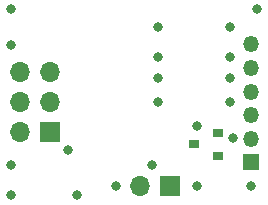
<source format=gbr>
%TF.GenerationSoftware,KiCad,Pcbnew,5.1.9-73d0e3b20d~88~ubuntu20.04.1*%
%TF.CreationDate,2021-03-05T17:06:57-06:00*%
%TF.ProjectId,avricsp-breakout,61767269-6373-4702-9d62-7265616b6f75,rev?*%
%TF.SameCoordinates,Original*%
%TF.FileFunction,Soldermask,Bot*%
%TF.FilePolarity,Negative*%
%FSLAX46Y46*%
G04 Gerber Fmt 4.6, Leading zero omitted, Abs format (unit mm)*
G04 Created by KiCad (PCBNEW 5.1.9-73d0e3b20d~88~ubuntu20.04.1) date 2021-03-05 17:06:57*
%MOMM*%
%LPD*%
G01*
G04 APERTURE LIST*
%ADD10O,1.350000X1.350000*%
%ADD11R,1.350000X1.350000*%
%ADD12R,0.900000X0.800000*%
%ADD13O,1.700000X1.700000*%
%ADD14R,1.700000X1.700000*%
%ADD15C,0.800000*%
G04 APERTURE END LIST*
D10*
%TO.C,J2*%
X137922000Y-108364000D03*
X137922000Y-110364000D03*
X137922000Y-112364000D03*
X137922000Y-114364000D03*
X137922000Y-116364000D03*
D11*
X137922000Y-118364000D03*
%TD*%
D12*
%TO.C,Q1*%
X133112000Y-116840000D03*
X135112000Y-117790000D03*
X135112000Y-115890000D03*
%TD*%
D13*
%TO.C,ICSP*%
X118364000Y-110744000D03*
X120904000Y-110744000D03*
X118364000Y-113284000D03*
X120904000Y-113284000D03*
X118364000Y-115824000D03*
D14*
X120904000Y-115824000D03*
%TD*%
D13*
%TO.C,PWR*%
X128524000Y-120396000D03*
D14*
X131064000Y-120396000D03*
%TD*%
D15*
X137922000Y-120396000D03*
X133350000Y-120396000D03*
X136144000Y-113284000D03*
X136144000Y-111252000D03*
X136144000Y-109474000D03*
X136144000Y-106934000D03*
X130048000Y-109474000D03*
X130048000Y-111252000D03*
X130048000Y-113284000D03*
X130048000Y-106934000D03*
X133350000Y-115316000D03*
X136398000Y-116332000D03*
X129540000Y-118618000D03*
X126492000Y-120396000D03*
X122428000Y-117348000D03*
X117602000Y-105410000D03*
X138430000Y-105410000D03*
X117602000Y-108458000D03*
X117602000Y-118618000D03*
X117602000Y-121158000D03*
X123190000Y-121158000D03*
M02*

</source>
